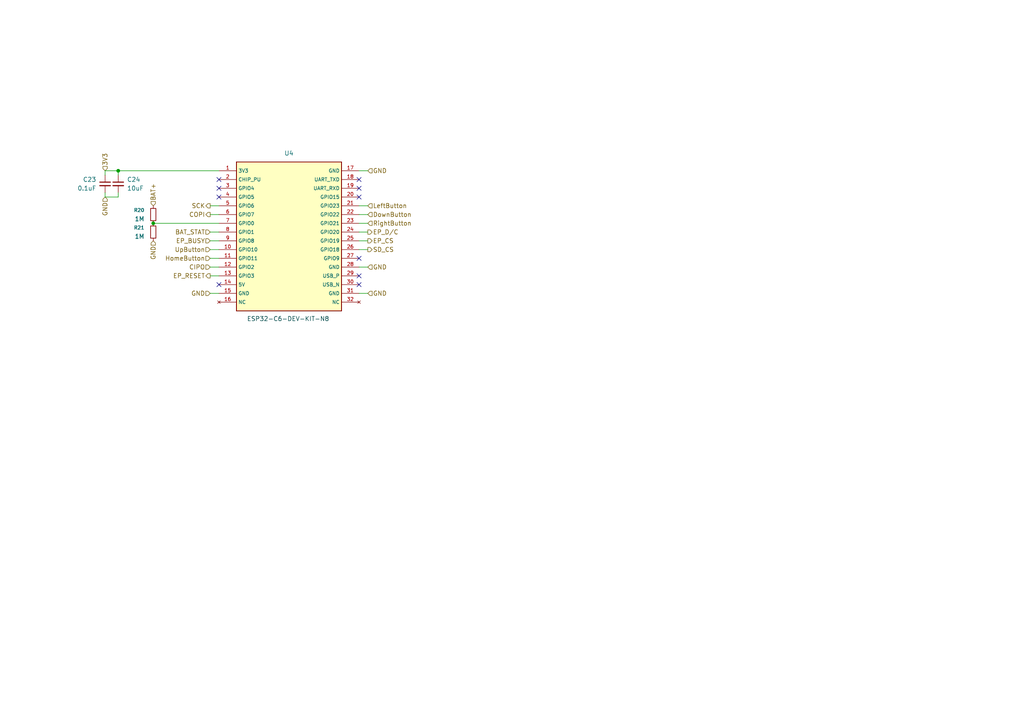
<source format=kicad_sch>
(kicad_sch (version 20250114) (generator "eeschema") (generator_version "9.0")
  (paper "A4")
  (lib_symbols
    (symbol "Device:C_Small" (pin_numbers (hide yes)) (pin_names (offset 0.254) (hide yes))
      (property "Reference" "C" (at 0.254 1.778 0))
      (property "Value" "C_Small" (at 0.254 -2.032 0))
      (symbol "C_Small_0_1"
        (polyline (pts (xy -1.524 0.508) (xy 1.524 0.508)) (stroke (width 0.3048)))
        (polyline (pts (xy -1.524 -0.508) (xy 1.524 -0.508)) (stroke (width 0.3302)))
      )
      (symbol "C_Small_1_1"
        (pin passive line (at 0 2.54 270) (length 2.032) (name "~") (number "1"))
        (pin passive line (at 0 -2.54 90) (length 2.032) (name "~") (number "2"))
      )
    )
    (symbol "Device:R_Small" (pin_numbers (hide yes)) (pin_names (offset 0.254) (hide yes))
      (property "Reference" "R" (at 0 0 90))
      (property "Value" "R_Small" (at 1.778 0 90))
      (symbol "R_Small_0_1"
        (rectangle (start -0.762 1.778) (end 0.762 -1.778) (stroke (width 0.2032)))
      )
      (symbol "R_Small_1_1"
        (pin passive line (at 0 2.54 270) (length 0.762) (name "~") (number "1"))
        (pin passive line (at 0 -2.54 90) (length 0.762) (name "~") (number "2"))
      )
    )
    (symbol "ESP32-C6-DEV-KIT-N8:ESP32-C6-DEV-KIT-N8"
      (property "Reference" "U" (at 0 23.368 0))
      (symbol "ESP32-C6-DEV-KIT-N8_0_0"
        (rectangle (start -15.24 21.59) (end 15.24 -21.59) (stroke (width 0.254)) (fill (type background)))
      )
      (symbol "ESP32-C6-DEV-KIT-N8_1_0"
        (pin power_in line (at -20.32 19.05 0) (length 5.08) (name "3V3") (number "1"))
        (pin input line (at -20.32 16.51 0) (length 5.08) (name "CHIP_PU") (number "2"))
        (pin bidirectional line (at -20.32 13.97 0) (length 5.08) (name "GPIO4") (number "3"))
        (pin bidirectional line (at -20.32 11.43 0) (length 5.08) (name "GPIO5") (number "4"))
        (pin bidirectional line (at -20.32 8.89 0) (length 5.08) (name "GPIO6") (number "5"))
        (pin bidirectional line (at -20.32 6.35 0) (length 5.08) (name "GPIO7") (number "6"))
        (pin bidirectional line (at -20.32 3.81 0) (length 5.08) (name "GPIO0") (number "7"))
        (pin bidirectional line (at -20.32 1.27 0) (length 5.08) (name "GPIO1") (number "8"))
        (pin bidirectional line (at -20.32 -1.27 0) (length 5.08) (name "GPIO8") (number "9"))
        (pin bidirectional line (at -20.32 -3.81 0) (length 5.08) (name "GPIO10") (number "10"))
        (pin bidirectional line (at -20.32 -6.35 0) (length 5.08) (name "GPIO11") (number "11"))
        (pin bidirectional line (at -20.32 -8.89 0) (length 5.08) (name "GPIO2") (number "12"))
        (pin bidirectional line (at -20.32 -11.43 0) (length 5.08) (name "GPIO3") (number "13"))
        (pin power_in line (at -20.32 -13.97 0) (length 5.08) (name "5V") (number "14"))
        (pin power_in line (at -20.32 -16.51 0) (length 5.08) (name "GND") (number "15"))
        (pin no_connect line (at -20.32 -19.05 0) (length 5.08) (name "NC") (number "16"))
        (pin power_in line (at 20.32 19.05 180) (length 5.08) (name "GND") (number "17"))
        (pin bidirectional line (at 20.32 16.51 180) (length 5.08) (name "UART_TXD") (number "18"))
        (pin bidirectional line (at 20.32 13.97 180) (length 5.08) (name "UART_RXD") (number "19"))
        (pin bidirectional line (at 20.32 11.43 180) (length 5.08) (name "GPIO15") (number "20"))
        (pin bidirectional line (at 20.32 8.89 180) (length 5.08) (name "GPIO23") (number "21"))
        (pin bidirectional line (at 20.32 6.35 180) (length 5.08) (name "GPIO22") (number "22"))
        (pin bidirectional line (at 20.32 3.81 180) (length 5.08) (name "GPIO21") (number "23"))
        (pin bidirectional line (at 20.32 1.27 180) (length 5.08) (name "GPIO20") (number "24"))
        (pin bidirectional line (at 20.32 -1.27 180) (length 5.08) (name "GPIO19") (number "25"))
        (pin bidirectional line (at 20.32 -3.81 180) (length 5.08) (name "GPIO18") (number "26"))
        (pin bidirectional line (at 20.32 -6.35 180) (length 5.08) (name "GPIO9") (number "27"))
        (pin power_in line (at 20.32 -8.89 180) (length 5.08) (name "GND") (number "28"))
        (pin bidirectional line (at 20.32 -11.43 180) (length 5.08) (name "USB_P") (number "29"))
        (pin bidirectional line (at 20.32 -13.97 180) (length 5.08) (name "USB_N") (number "30"))
        (pin power_in line (at 20.32 -16.51 180) (length 5.08) (name "GND") (number "31"))
        (pin no_connect line (at 20.32 -19.05 180) (length 5.08) (name "NC") (number "32"))
      )
      (symbol "ESP32-C6-DEV-KIT-N8_1_1"
        (text "ESP32-C6-DEV-KIT-N8" (at -0.254 -23.876 0) (effects (font (size 1.27 1.27))))
      )
    )
  )
  (junction (at 34.29 49.53))
  (junction (at 44.45 64.77))
  (no_connect (at 63.5 54.61))
  (no_connect (at 104.14 82.55))
  (no_connect (at 104.14 74.93))
  (no_connect (at 63.5 52.07))
  (no_connect (at 63.5 57.15))
  (no_connect (at 104.14 57.15))
  (no_connect (at 104.14 80.01))
  (no_connect (at 104.14 54.61))
  (no_connect (at 104.14 52.07))
  (no_connect (at 63.5 82.55))
  (wire (pts (xy 30.48 49.53) (xy 34.29 49.53)))
  (wire (pts (xy 104.14 62.23) (xy 106.68 62.23)))
  (wire (pts (xy 34.29 50.8) (xy 34.29 49.53)))
  (wire (pts (xy 30.48 57.15) (xy 34.29 57.15)))
  (wire (pts (xy 104.14 77.47) (xy 106.68 77.47)))
  (wire (pts (xy 104.14 64.77) (xy 106.68 64.77)))
  (wire (pts (xy 60.96 59.69) (xy 63.5 59.69)))
  (wire (pts (xy 104.14 69.85) (xy 106.68 69.85)))
  (wire (pts (xy 60.96 80.01) (xy 63.5 80.01)))
  (wire (pts (xy 44.45 64.77) (xy 63.5 64.77)))
  (wire (pts (xy 60.96 72.39) (xy 63.5 72.39)))
  (wire (pts (xy 104.14 85.09) (xy 106.68 85.09)))
  (wire (pts (xy 60.96 62.23) (xy 63.5 62.23)))
  (wire (pts (xy 60.96 69.85) (xy 63.5 69.85)))
  (wire (pts (xy 30.48 57.15) (xy 30.48 55.88)))
  (wire (pts (xy 60.96 77.47) (xy 63.5 77.47)))
  (wire (pts (xy 104.14 67.31) (xy 106.68 67.31)))
  (wire (pts (xy 60.96 85.09) (xy 63.5 85.09)))
  (wire (pts (xy 60.96 67.31) (xy 63.5 67.31)))
  (wire (pts (xy 104.14 72.39) (xy 106.68 72.39)))
  (wire (pts (xy 30.48 50.8) (xy 30.48 49.53)))
  (wire (pts (xy 104.14 49.53) (xy 106.68 49.53)))
  (wire (pts (xy 60.96 74.93) (xy 63.5 74.93)))
  (wire (pts (xy 34.29 57.15) (xy 34.29 55.88)))
  (wire (pts (xy 104.14 59.69) (xy 106.68 59.69)))
  (wire (pts (xy 34.29 49.53) (xy 63.5 49.53)))
  (hierarchical_label "GND" (shape input) (at 60.96 85.09 180))
  (hierarchical_label "COPI" (shape output) (at 60.96 62.23 180))
  (hierarchical_label "GND" (shape input) (at 30.48 57.15 270))
  (hierarchical_label "BAT+" (shape input) (at 44.45 59.69 90))
  (hierarchical_label "CIPO" (shape input) (at 60.96 77.47 180))
  (hierarchical_label "3V3" (shape input) (at 30.48 49.53 90))
  (hierarchical_label "EP_BUSY" (shape input) (at 60.96 69.85 180))
  (hierarchical_label "GND" (shape input) (at 106.68 77.47 0))
  (hierarchical_label "SD_CS" (shape output) (at 106.68 72.39 0))
  (hierarchical_label "GND" (shape input) (at 106.68 85.09 0))
  (hierarchical_label "EP_RESET" (shape output) (at 60.96 80.01 180))
  (hierarchical_label "EP_CS" (shape output) (at 106.68 69.85 0))
  (hierarchical_label "BAT_STAT" (shape input) (at 60.96 67.31 180))
  (hierarchical_label "EP_D{slash}C" (shape output) (at 106.68 67.31 0))
  (hierarchical_label "DownButton" (shape input) (at 106.68 62.23 0))
  (hierarchical_label "UpButton" (shape input) (at 60.96 72.39 180))
  (hierarchical_label "GND" (shape input) (at 106.68 49.53 0))
  (hierarchical_label "LeftButton" (shape input) (at 106.68 59.69 0))
  (hierarchical_label "HomeButton" (shape input) (at 60.96 74.93 180))
  (hierarchical_label "RightButton" (shape input) (at 106.68 64.77 0))
  (hierarchical_label "SCK" (shape output) (at 60.96 59.69 180))
  (hierarchical_label "GND" (shape input) (at 44.45 69.85 270))
  (symbol (lib_id "ESP32-C6-DEV-KIT-N8:ESP32-C6-DEV-KIT-N8") (at 83.82 68.58 0) (unit 1)
    (property "Reference" "U4" (at 83.82 44.45 0))
    (property "Footprint" "ESP32-C6-DEV-KIT-N8:ESP32-C6-DEV-KIT-N8" (effects (hide yes)))
  )
  (symbol (lib_id "Device:C_Small") (at 30.48 53.34 0) (mirror y) (unit 1)
    (property "Reference" "C23" (at 27.94 52.0762 0) (effects (justify left)))
    (property "Value" "0.1uF" (at 27.94 54.6162 0) (effects (justify left)))
    (property "Footprint" "Capacitor_SMD:C_1206_3216Metric" (effects (hide yes)))
    (property "Description" "Unpolarized capacitor, small symbol" (effects (hide yes)))
  )
  (symbol (lib_id "Device:R_Small") (at 44.45 67.31 0) (mirror y) (unit 1)
    (property "Reference" "R21" (at 41.91 66.0399 0) (effects (font (size 1.016 1.016)) (justify left)))
    (property "Value" "1M" (at 41.91 68.5799 0) (effects (justify left)))
    (property "Footprint" "Resistor_SMD:R_1206_3216Metric" (effects (hide yes)))
    (property "Description" "Resistor, small symbol" (effects (hide yes)))
  )
  (symbol (lib_id "Device:R_Small") (at 44.45 62.23 0) (mirror y) (unit 1)
    (property "Reference" "R20" (at 41.91 60.9599 0) (effects (font (size 1.016 1.016)) (justify left)))
    (property "Value" "1M" (at 41.91 63.4999 0) (effects (justify left)))
    (property "Footprint" "Resistor_SMD:R_1206_3216Metric" (effects (hide yes)))
    (property "Description" "Resistor, small symbol" (effects (hide yes)))
  )
  (symbol (lib_id "Device:C_Small") (at 34.29 53.34 0) (unit 1)
    (property "Reference" "C24" (at 36.83 52.0762 0) (effects (justify left)))
    (property "Value" "10uF" (at 36.83 54.6162 0) (effects (justify left)))
    (property "Footprint" "Capacitor_SMD:C_1206_3216Metric" (effects (hide yes)))
    (property "Description" "Unpolarized capacitor, small symbol" (effects (hide yes)))
  )
)
</source>
